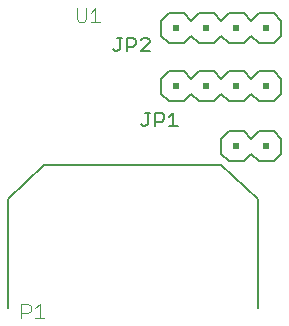
<source format=gto>
G75*
G70*
%OFA0B0*%
%FSLAX24Y24*%
%IPPOS*%
%LPD*%
%AMOC8*
5,1,8,0,0,1.08239X$1,22.5*
%
%ADD10C,0.0050*%
%ADD11C,0.0040*%
%ADD12C,0.0080*%
%ADD13R,0.0200X0.0200*%
D10*
X000927Y001210D02*
X000927Y004832D01*
X002147Y005974D01*
X008053Y005974D01*
X009273Y004832D01*
X009273Y001210D01*
X006593Y007275D02*
X006293Y007275D01*
X006443Y007275D02*
X006443Y007725D01*
X006293Y007575D01*
X006133Y007500D02*
X006058Y007425D01*
X005833Y007425D01*
X005833Y007275D02*
X005833Y007725D01*
X006058Y007725D01*
X006133Y007650D01*
X006133Y007500D01*
X005673Y007725D02*
X005522Y007725D01*
X005597Y007725D02*
X005597Y007350D01*
X005522Y007275D01*
X005447Y007275D01*
X005372Y007350D01*
X005356Y009775D02*
X005656Y010075D01*
X005656Y010150D01*
X005581Y010225D01*
X005431Y010225D01*
X005356Y010150D01*
X005196Y010150D02*
X005196Y010000D01*
X005121Y009925D01*
X004896Y009925D01*
X004896Y009775D02*
X004896Y010225D01*
X005121Y010225D01*
X005196Y010150D01*
X005356Y009775D02*
X005656Y009775D01*
X004735Y010225D02*
X004585Y010225D01*
X004660Y010225D02*
X004660Y009850D01*
X004585Y009775D01*
X004510Y009775D01*
X004435Y009850D01*
D11*
X003998Y010750D02*
X003691Y010750D01*
X003537Y010827D02*
X003537Y011210D01*
X003691Y011057D02*
X003844Y011210D01*
X003844Y010750D01*
X003537Y010827D02*
X003460Y010750D01*
X003307Y010750D01*
X003230Y010827D01*
X003230Y011210D01*
X001998Y001348D02*
X001998Y000888D01*
X002151Y000888D02*
X001844Y000888D01*
X001691Y001118D02*
X001614Y001041D01*
X001384Y001041D01*
X001384Y000888D02*
X001384Y001348D01*
X001614Y001348D01*
X001691Y001271D01*
X001691Y001118D01*
X001844Y001195D02*
X001998Y001348D01*
D12*
X006299Y008104D02*
X006049Y008354D01*
X006049Y008854D01*
X006299Y009104D01*
X006799Y009104D01*
X007049Y008854D01*
X007299Y009104D01*
X007799Y009104D01*
X008049Y008854D01*
X008299Y009104D01*
X008799Y009104D01*
X009049Y008854D01*
X009299Y009104D01*
X009799Y009104D01*
X010049Y008854D01*
X010049Y008354D01*
X009799Y008104D01*
X009299Y008104D01*
X009049Y008354D01*
X008799Y008104D01*
X008299Y008104D01*
X008049Y008354D01*
X007799Y008104D01*
X007299Y008104D01*
X007049Y008354D01*
X006799Y008104D01*
X006299Y008104D01*
X006299Y010033D02*
X006049Y010283D01*
X006049Y010783D01*
X006299Y011033D01*
X006799Y011033D01*
X007049Y010783D01*
X007299Y011033D01*
X007799Y011033D01*
X008049Y010783D01*
X008299Y011033D01*
X008799Y011033D01*
X009049Y010783D01*
X009299Y011033D01*
X009799Y011033D01*
X010049Y010783D01*
X010049Y010283D01*
X009799Y010033D01*
X009299Y010033D01*
X009049Y010283D01*
X008799Y010033D01*
X008299Y010033D01*
X008049Y010283D01*
X007799Y010033D01*
X007299Y010033D01*
X007049Y010283D01*
X006799Y010033D01*
X006299Y010033D01*
X008299Y007096D02*
X008799Y007096D01*
X009049Y006846D01*
X009299Y007096D01*
X009799Y007096D01*
X010049Y006846D01*
X010049Y006346D01*
X009799Y006096D01*
X009299Y006096D01*
X009049Y006346D01*
X008799Y006096D01*
X008299Y006096D01*
X008049Y006346D01*
X008049Y006846D01*
X008299Y007096D01*
D13*
X008549Y006596D03*
X009549Y006596D03*
X009549Y008604D03*
X008549Y008604D03*
X007549Y008604D03*
X006549Y008604D03*
X006549Y010533D03*
X007549Y010533D03*
X008549Y010533D03*
X009549Y010533D03*
M02*

</source>
